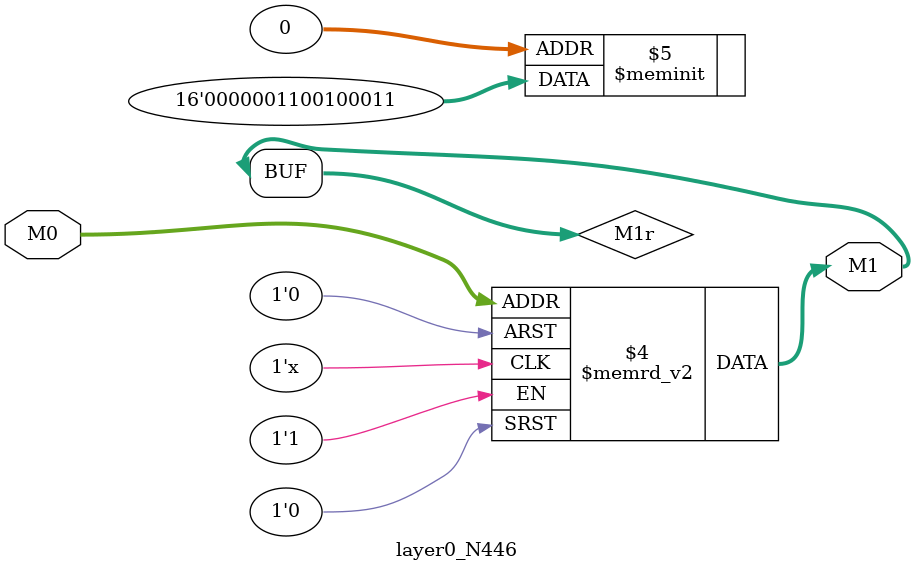
<source format=v>
module layer0_N446 ( input [2:0] M0, output [1:0] M1 );

	(*rom_style = "distributed" *) reg [1:0] M1r;
	assign M1 = M1r;
	always @ (M0) begin
		case (M0)
			3'b000: M1r = 2'b11;
			3'b100: M1r = 2'b11;
			3'b010: M1r = 2'b10;
			3'b110: M1r = 2'b00;
			3'b001: M1r = 2'b00;
			3'b101: M1r = 2'b00;
			3'b011: M1r = 2'b00;
			3'b111: M1r = 2'b00;

		endcase
	end
endmodule

</source>
